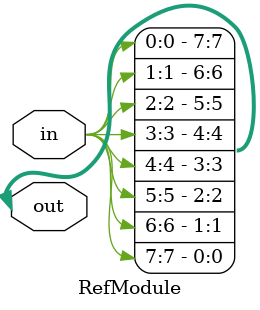
<source format=sv>

module RefModule (
  input [7:0] in,
  input [7:0] out
);

  assign {out[0],out[1],out[2],out[3],out[4],out[5],out[6],out[7]} = in;

endmodule


</source>
